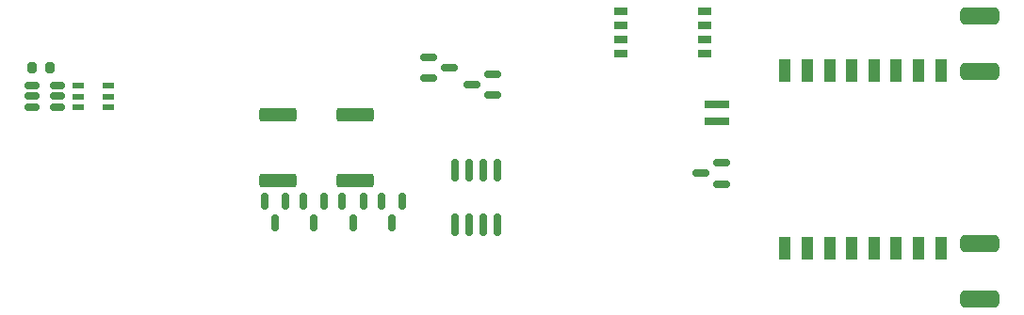
<source format=gbr>
%TF.GenerationSoftware,KiCad,Pcbnew,7.0.7*%
%TF.CreationDate,2023-11-07T13:11:27+11:00*%
%TF.ProjectId,Strelka_Flight_Computer,53747265-6c6b-4615-9f46-6c696768745f,2*%
%TF.SameCoordinates,Original*%
%TF.FileFunction,Paste,Bot*%
%TF.FilePolarity,Positive*%
%FSLAX46Y46*%
G04 Gerber Fmt 4.6, Leading zero omitted, Abs format (unit mm)*
G04 Created by KiCad (PCBNEW 7.0.7) date 2023-11-07 13:11:27*
%MOMM*%
%LPD*%
G01*
G04 APERTURE LIST*
G04 Aperture macros list*
%AMRoundRect*
0 Rectangle with rounded corners*
0 $1 Rounding radius*
0 $2 $3 $4 $5 $6 $7 $8 $9 X,Y pos of 4 corners*
0 Add a 4 corners polygon primitive as box body*
4,1,4,$2,$3,$4,$5,$6,$7,$8,$9,$2,$3,0*
0 Add four circle primitives for the rounded corners*
1,1,$1+$1,$2,$3*
1,1,$1+$1,$4,$5*
1,1,$1+$1,$6,$7*
1,1,$1+$1,$8,$9*
0 Add four rect primitives between the rounded corners*
20,1,$1+$1,$2,$3,$4,$5,0*
20,1,$1+$1,$4,$5,$6,$7,0*
20,1,$1+$1,$6,$7,$8,$9,0*
20,1,$1+$1,$8,$9,$2,$3,0*%
G04 Aperture macros list end*
%ADD10RoundRect,0.381000X1.369000X0.381000X-1.369000X0.381000X-1.369000X-0.381000X1.369000X-0.381000X0*%
%ADD11RoundRect,0.200000X-0.200000X-0.275000X0.200000X-0.275000X0.200000X0.275000X-0.200000X0.275000X0*%
%ADD12RoundRect,0.250000X-1.425000X0.362500X-1.425000X-0.362500X1.425000X-0.362500X1.425000X0.362500X0*%
%ADD13R,1.000000X2.000000*%
%ADD14R,1.003300X0.558800*%
%ADD15RoundRect,0.150000X-0.587500X-0.150000X0.587500X-0.150000X0.587500X0.150000X-0.587500X0.150000X0*%
%ADD16RoundRect,0.150000X-0.150000X0.587500X-0.150000X-0.587500X0.150000X-0.587500X0.150000X0.587500X0*%
%ADD17RoundRect,0.150000X0.587500X0.150000X-0.587500X0.150000X-0.587500X-0.150000X0.587500X-0.150000X0*%
%ADD18R,2.200000X0.650000*%
%ADD19R,2.300000X0.650000*%
%ADD20R,1.250000X0.650000*%
%ADD21RoundRect,0.150000X-0.150000X0.825000X-0.150000X-0.825000X0.150000X-0.825000X0.150000X0.825000X0*%
%ADD22RoundRect,0.150000X0.512500X0.150000X-0.512500X0.150000X-0.512500X-0.150000X0.512500X-0.150000X0*%
G04 APERTURE END LIST*
D10*
%TO.C,AE2*%
X187028000Y-55500000D03*
X187028000Y-50500000D03*
%TD*%
%TO.C,AE1*%
X187028000Y-76000000D03*
X187028000Y-71000000D03*
%TD*%
D11*
%TO.C,R1*%
X101786582Y-55210000D03*
X103436582Y-55210000D03*
%TD*%
D12*
%TO.C,R27*%
X123900000Y-59375000D03*
X123900000Y-65300000D03*
%TD*%
D13*
%TO.C,U4*%
X169500000Y-55395695D03*
X171500000Y-55395695D03*
X173500000Y-55395695D03*
X175500000Y-55395695D03*
X177500000Y-55395695D03*
X179500000Y-55395695D03*
X181500000Y-55395695D03*
X183500000Y-55395695D03*
X183500000Y-71395695D03*
X181500000Y-71395695D03*
X179500000Y-71395695D03*
X177500000Y-71395695D03*
X175500000Y-71395695D03*
X173500000Y-71395695D03*
X171500000Y-71395695D03*
X169500000Y-71395695D03*
%TD*%
D14*
%TO.C,MOSFET1*%
X108684132Y-56809999D03*
X108684132Y-57760000D03*
X108684132Y-58710001D03*
X105979032Y-58710001D03*
X105979032Y-57760000D03*
X105979032Y-56809999D03*
%TD*%
D15*
%TO.C,Q17*%
X137487500Y-56125000D03*
X137487500Y-54225000D03*
X139362500Y-55175000D03*
%TD*%
D16*
%TO.C,Q10*%
X133200000Y-67225000D03*
X135100000Y-67225000D03*
X134150000Y-69100000D03*
%TD*%
D17*
%TO.C,D11*%
X163771582Y-63730000D03*
X163771582Y-65630000D03*
X161896582Y-64680000D03*
%TD*%
D16*
%TO.C,Q5*%
X126200000Y-67225000D03*
X128100000Y-67225000D03*
X127150000Y-69100000D03*
%TD*%
D18*
%TO.C,BT2*%
X163401582Y-60010000D03*
D19*
X163351582Y-58510000D03*
%TD*%
D20*
%TO.C,IC1*%
X154750000Y-53905000D03*
X154750000Y-52635000D03*
X154750000Y-51365000D03*
X154750000Y-50095000D03*
X162250000Y-50095000D03*
X162250000Y-51365000D03*
X162250000Y-52635000D03*
X162250000Y-53905000D03*
%TD*%
D12*
%TO.C,R47*%
X130850000Y-59375000D03*
X130850000Y-65300000D03*
%TD*%
D21*
%TO.C,U5*%
X139845000Y-64400000D03*
X141115000Y-64400000D03*
X142385000Y-64400000D03*
X143655000Y-64400000D03*
X143655000Y-69350000D03*
X142385000Y-69350000D03*
X141115000Y-69350000D03*
X139845000Y-69350000D03*
%TD*%
D16*
%TO.C,Q9*%
X129700000Y-67225000D03*
X131600000Y-67225000D03*
X130650000Y-69100000D03*
%TD*%
D22*
%TO.C,U2*%
X104069082Y-56800000D03*
X104069082Y-57750000D03*
X104069082Y-58700000D03*
X101794082Y-58700000D03*
X101794082Y-57750000D03*
X101794082Y-56800000D03*
%TD*%
D16*
%TO.C,Q4*%
X122700000Y-67225000D03*
X124600000Y-67225000D03*
X123650000Y-69100000D03*
%TD*%
D17*
%TO.C,Q16*%
X143250000Y-55750000D03*
X143250000Y-57650000D03*
X141375000Y-56700000D03*
%TD*%
M02*

</source>
